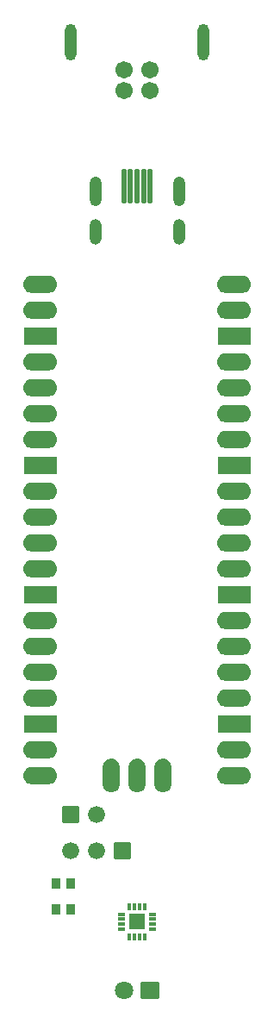
<source format=gts>
G04 Layer: TopSolderMaskLayer*
G04 EasyEDA v6.5.40, 2024-08-19 02:38:51*
G04 a67cddfb3fce44daa9051d46cbbcc19f,10*
G04 Gerber Generator version 0.2*
G04 Scale: 100 percent, Rotated: No, Reflected: No *
G04 Dimensions in millimeters *
G04 leading zeros omitted , absolute positions ,4 integer and 5 decimal *
%FSLAX45Y45*%
%MOMM*%

%AMMACRO1*1,1,$1,$2,$3*1,1,$1,$4,$5*1,1,$1,0-$2,0-$3*1,1,$1,0-$4,0-$5*20,1,$1,$2,$3,$4,$5,0*20,1,$1,$4,$5,0-$2,0-$3,0*20,1,$1,0-$2,0-$3,0-$4,0-$5,0*20,1,$1,0-$4,0-$5,$2,$3,0*4,1,4,$2,$3,$4,$5,0-$2,0-$3,0-$4,0-$5,$2,$3,0*%
%AMMACRO2*4,1,4,-1.6507,-0.8508,-1.6507,0.8508,1.6507,0.8508,1.6507,-0.8508,-1.6507,-0.8508,0*%
%AMMACRO3*4,1,4,-1.6507,-0.8509,-1.6507,0.8509,1.6507,0.8509,1.6507,-0.8509,-1.6507,-0.8509,0*%
%ADD10MACRO1,0.1016X-0.4X0.45X0.4X0.45*%
%ADD11MACRO1,0.1016X0.7874X0.7874X0.7874X-0.7874*%
%ADD12C,1.6764*%
%ADD13MACRO1,0.1016X0.7874X-0.7874X-0.7874X-0.7874*%
%ADD14MACRO2*%
%ADD15MACRO3*%
%ADD16C,1.5240*%
%ADD17MACRO1,0.1016X0.175X-1.625X-0.175X-1.625*%
%ADD18O,1.2015978000000003X2.5015952*%
%ADD19O,1.2015978000000003X2.9015944*%
%ADD20O,1.1015979999999999X3.6015930000000003*%
%ADD21C,1.7016*%
%ADD22MACRO1,0.1016X0.85X-0.7874X-0.85X-0.7874*%
%ADD23C,1.8016*%
%ADD24MACRO1,0.1016X-0.125X0.3X0.125X0.3*%
%ADD25R,0.7016X0.3516*%
%ADD26MACRO1,0.1016X0.125X-0.3X-0.125X-0.3*%
%ADD27MACRO1,0.1016X0.3X0.125X0.3X-0.125*%
%ADD28MACRO1,0.1016X0.75X0.75X0.75X-0.75*%
%ADD29C,0.0133*%

%LPD*%
D10*
G01*
X544979Y1374901D03*
G01*
X404980Y1374901D03*
D11*
G01*
X547999Y2049995D03*
D12*
G01*
X802004Y2049983D03*
D13*
G01*
X1053998Y1699996D03*
D12*
G01*
X799998Y1699996D03*
G01*
X545998Y1699996D03*
G36*
X2072233Y7177786D02*
G01*
X2062149Y7178395D01*
X2052040Y7180249D01*
X2042210Y7183323D01*
X2032863Y7187539D01*
X2024049Y7192848D01*
X2015972Y7199172D01*
X2008708Y7206437D01*
X2002358Y7214539D01*
X1997049Y7223328D01*
X1992833Y7232700D01*
X1989759Y7242505D01*
X1987931Y7252614D01*
X1987321Y7262876D01*
X1987931Y7273112D01*
X1989759Y7283246D01*
X1992833Y7293051D01*
X1997049Y7302423D01*
X2002358Y7311212D01*
X2008708Y7319289D01*
X2015972Y7326553D01*
X2024049Y7332903D01*
X2032863Y7338212D01*
X2042210Y7342428D01*
X2052040Y7345502D01*
X2062149Y7347330D01*
X2072233Y7347940D01*
X2232558Y7347940D01*
X2242642Y7347330D01*
X2252751Y7345502D01*
X2262555Y7342428D01*
X2271928Y7338212D01*
X2280742Y7332903D01*
X2288819Y7326553D01*
X2296083Y7319289D01*
X2302433Y7311212D01*
X2307716Y7302423D01*
X2311933Y7293051D01*
X2315032Y7283246D01*
X2316861Y7273112D01*
X2317470Y7262876D01*
X2316861Y7252614D01*
X2315032Y7242505D01*
X2311933Y7232700D01*
X2307716Y7223328D01*
X2302433Y7214539D01*
X2296083Y7206437D01*
X2288819Y7199172D01*
X2280742Y7192848D01*
X2271928Y7187539D01*
X2262555Y7183323D01*
X2252751Y7180249D01*
X2242642Y7178395D01*
X2232558Y7177786D01*
G37*
G36*
X2072233Y6923786D02*
G01*
X2062149Y6924395D01*
X2052040Y6926249D01*
X2042210Y6929323D01*
X2032863Y6933539D01*
X2024049Y6938848D01*
X2015972Y6945172D01*
X2008708Y6952437D01*
X2002358Y6960539D01*
X1997049Y6969328D01*
X1992833Y6978700D01*
X1989759Y6988505D01*
X1987931Y6998614D01*
X1987321Y7008876D01*
X1987931Y7019112D01*
X1989759Y7029246D01*
X1992833Y7039051D01*
X1997049Y7048423D01*
X2002358Y7057212D01*
X2008708Y7065289D01*
X2015972Y7072553D01*
X2024049Y7078903D01*
X2032863Y7084212D01*
X2042210Y7088428D01*
X2052040Y7091502D01*
X2062149Y7093330D01*
X2072233Y7093940D01*
X2232558Y7093940D01*
X2242642Y7093330D01*
X2252751Y7091502D01*
X2262555Y7088428D01*
X2271928Y7084212D01*
X2280742Y7078903D01*
X2288819Y7072553D01*
X2296083Y7065289D01*
X2302433Y7057212D01*
X2307716Y7048423D01*
X2311933Y7039051D01*
X2315032Y7029246D01*
X2316861Y7019112D01*
X2317470Y7008876D01*
X2316861Y6998614D01*
X2315032Y6988505D01*
X2311933Y6978700D01*
X2307716Y6969328D01*
X2302433Y6960539D01*
X2296083Y6952437D01*
X2288819Y6945172D01*
X2280742Y6938848D01*
X2271928Y6933539D01*
X2262555Y6929323D01*
X2252751Y6926249D01*
X2242642Y6924395D01*
X2232558Y6923786D01*
G37*
D14*
G01*
X2152395Y6754863D03*
G36*
X2072233Y6415786D02*
G01*
X2062149Y6416395D01*
X2052040Y6418249D01*
X2042210Y6421323D01*
X2032863Y6425539D01*
X2024049Y6430848D01*
X2015972Y6437172D01*
X2008708Y6444437D01*
X2002358Y6452539D01*
X1997049Y6461328D01*
X1992833Y6470700D01*
X1989759Y6480505D01*
X1987931Y6490614D01*
X1987321Y6500876D01*
X1987931Y6511137D01*
X1989759Y6521246D01*
X1992833Y6531051D01*
X1997049Y6540423D01*
X2002358Y6549212D01*
X2008708Y6557289D01*
X2015972Y6564553D01*
X2024049Y6570903D01*
X2032863Y6576212D01*
X2042210Y6580428D01*
X2052040Y6583502D01*
X2062149Y6585356D01*
X2072233Y6585940D01*
X2232558Y6585940D01*
X2242642Y6585356D01*
X2252751Y6583502D01*
X2262555Y6580428D01*
X2271928Y6576212D01*
X2280742Y6570903D01*
X2288819Y6564553D01*
X2296083Y6557289D01*
X2302433Y6549212D01*
X2307716Y6540423D01*
X2311933Y6531051D01*
X2315032Y6521246D01*
X2316861Y6511137D01*
X2317470Y6500876D01*
X2316861Y6490614D01*
X2315032Y6480505D01*
X2311933Y6470700D01*
X2307716Y6461328D01*
X2302433Y6452539D01*
X2296083Y6444437D01*
X2288819Y6437172D01*
X2280742Y6430848D01*
X2271928Y6425539D01*
X2262555Y6421323D01*
X2252751Y6418249D01*
X2242642Y6416395D01*
X2232558Y6415786D01*
G37*
G36*
X2072233Y6161786D02*
G01*
X2062149Y6162395D01*
X2052040Y6164249D01*
X2042210Y6167323D01*
X2032863Y6171539D01*
X2024049Y6176848D01*
X2015972Y6183172D01*
X2008708Y6190437D01*
X2002358Y6198539D01*
X1997049Y6207328D01*
X1992833Y6216700D01*
X1989759Y6226505D01*
X1987931Y6236614D01*
X1987321Y6246876D01*
X1987931Y6257137D01*
X1989759Y6267246D01*
X1992833Y6277051D01*
X1997049Y6286423D01*
X2002358Y6295212D01*
X2008708Y6303289D01*
X2015972Y6310553D01*
X2024049Y6316903D01*
X2032863Y6322212D01*
X2042210Y6326428D01*
X2052040Y6329502D01*
X2062149Y6331356D01*
X2072233Y6331940D01*
X2232558Y6331940D01*
X2242642Y6331356D01*
X2252751Y6329502D01*
X2262555Y6326428D01*
X2271928Y6322212D01*
X2280742Y6316903D01*
X2288819Y6310553D01*
X2296083Y6303289D01*
X2302433Y6295212D01*
X2307716Y6286423D01*
X2311933Y6277051D01*
X2315032Y6267246D01*
X2316861Y6257137D01*
X2317470Y6246876D01*
X2316861Y6236614D01*
X2315032Y6226505D01*
X2311933Y6216700D01*
X2307716Y6207328D01*
X2302433Y6198539D01*
X2296083Y6190437D01*
X2288819Y6183172D01*
X2280742Y6176848D01*
X2271928Y6171539D01*
X2262555Y6167323D01*
X2252751Y6164249D01*
X2242642Y6162395D01*
X2232558Y6161786D01*
G37*
G36*
X2072233Y5907786D02*
G01*
X2062149Y5908395D01*
X2052040Y5910249D01*
X2042210Y5913323D01*
X2032863Y5917539D01*
X2024049Y5922848D01*
X2015972Y5929172D01*
X2008708Y5936437D01*
X2002358Y5944539D01*
X1997049Y5953328D01*
X1992833Y5962700D01*
X1989759Y5972505D01*
X1987931Y5982614D01*
X1987321Y5992876D01*
X1987931Y6003137D01*
X1989759Y6013246D01*
X1992833Y6023051D01*
X1997049Y6032423D01*
X2002358Y6041212D01*
X2008708Y6049289D01*
X2015972Y6056553D01*
X2024049Y6062903D01*
X2032863Y6068212D01*
X2042210Y6072428D01*
X2052040Y6075502D01*
X2062149Y6077356D01*
X2072233Y6077965D01*
X2232558Y6077965D01*
X2242642Y6077356D01*
X2252751Y6075502D01*
X2262555Y6072428D01*
X2271928Y6068212D01*
X2280742Y6062903D01*
X2288819Y6056553D01*
X2296083Y6049289D01*
X2302433Y6041212D01*
X2307716Y6032423D01*
X2311933Y6023051D01*
X2315032Y6013246D01*
X2316861Y6003137D01*
X2317470Y5992876D01*
X2316861Y5982614D01*
X2315032Y5972505D01*
X2311933Y5962700D01*
X2307716Y5953328D01*
X2302433Y5944539D01*
X2296083Y5936437D01*
X2288819Y5929172D01*
X2280742Y5922848D01*
X2271928Y5917539D01*
X2262555Y5913323D01*
X2252751Y5910249D01*
X2242642Y5908395D01*
X2232558Y5907786D01*
G37*
G36*
X2072233Y5653786D02*
G01*
X2062149Y5654395D01*
X2052040Y5656249D01*
X2042210Y5659323D01*
X2032863Y5663539D01*
X2024049Y5668848D01*
X2015972Y5675172D01*
X2008708Y5682437D01*
X2002358Y5690539D01*
X1997049Y5699328D01*
X1992833Y5708700D01*
X1989759Y5718505D01*
X1987931Y5728614D01*
X1987321Y5738876D01*
X1987931Y5749137D01*
X1989759Y5759246D01*
X1992833Y5769051D01*
X1997049Y5778423D01*
X2002358Y5787212D01*
X2008708Y5795314D01*
X2015972Y5802553D01*
X2024049Y5808903D01*
X2032863Y5814212D01*
X2042210Y5818428D01*
X2052040Y5821502D01*
X2062149Y5823356D01*
X2072233Y5823965D01*
X2232558Y5823965D01*
X2242642Y5823356D01*
X2252751Y5821502D01*
X2262555Y5818428D01*
X2271928Y5814212D01*
X2280742Y5808903D01*
X2288819Y5802553D01*
X2296083Y5795314D01*
X2302433Y5787212D01*
X2307716Y5778423D01*
X2311933Y5769051D01*
X2315032Y5759246D01*
X2316861Y5749137D01*
X2317470Y5738876D01*
X2316861Y5728614D01*
X2315032Y5718505D01*
X2311933Y5708700D01*
X2307716Y5699328D01*
X2302433Y5690539D01*
X2296083Y5682437D01*
X2288819Y5675172D01*
X2280742Y5668848D01*
X2271928Y5663539D01*
X2262555Y5659323D01*
X2252751Y5656249D01*
X2242642Y5654395D01*
X2232558Y5653786D01*
G37*
D15*
G01*
X2152395Y5484876D03*
G36*
X2072233Y5145786D02*
G01*
X2062149Y5146395D01*
X2052040Y5148249D01*
X2042210Y5151323D01*
X2032863Y5155539D01*
X2024049Y5160848D01*
X2015972Y5167172D01*
X2008708Y5174437D01*
X2002358Y5182539D01*
X1997049Y5191328D01*
X1992833Y5200700D01*
X1989759Y5210505D01*
X1987931Y5220614D01*
X1987321Y5230876D01*
X1987931Y5241137D01*
X1989759Y5251246D01*
X1992833Y5261051D01*
X1997049Y5270423D01*
X2002358Y5279212D01*
X2008708Y5287314D01*
X2015972Y5294553D01*
X2024049Y5300903D01*
X2032863Y5306212D01*
X2042210Y5310428D01*
X2052040Y5313502D01*
X2062149Y5315356D01*
X2072233Y5315965D01*
X2232558Y5315965D01*
X2242642Y5315356D01*
X2252751Y5313502D01*
X2262555Y5310428D01*
X2271928Y5306212D01*
X2280742Y5300903D01*
X2288819Y5294553D01*
X2296083Y5287314D01*
X2302433Y5279212D01*
X2307716Y5270423D01*
X2311933Y5261051D01*
X2315032Y5251246D01*
X2316861Y5241137D01*
X2317470Y5230876D01*
X2316861Y5220614D01*
X2315032Y5210505D01*
X2311933Y5200700D01*
X2307716Y5191328D01*
X2302433Y5182539D01*
X2296083Y5174437D01*
X2288819Y5167172D01*
X2280742Y5160848D01*
X2271928Y5155539D01*
X2262555Y5151323D01*
X2252751Y5148249D01*
X2242642Y5146395D01*
X2232558Y5145786D01*
G37*
G36*
X2072233Y4891786D02*
G01*
X2062149Y4892395D01*
X2052040Y4894249D01*
X2042210Y4897323D01*
X2032863Y4901539D01*
X2024049Y4906848D01*
X2015972Y4913172D01*
X2008708Y4920437D01*
X2002358Y4928539D01*
X1997049Y4937328D01*
X1992833Y4946700D01*
X1989759Y4956505D01*
X1987931Y4966614D01*
X1987321Y4976876D01*
X1987931Y4987137D01*
X1989759Y4997246D01*
X1992833Y5007051D01*
X1997049Y5016423D01*
X2002358Y5025212D01*
X2008708Y5033314D01*
X2015972Y5040553D01*
X2024049Y5046903D01*
X2032863Y5052212D01*
X2042210Y5056428D01*
X2052040Y5059502D01*
X2062149Y5061356D01*
X2072233Y5061965D01*
X2232558Y5061965D01*
X2242642Y5061356D01*
X2252751Y5059502D01*
X2262555Y5056428D01*
X2271928Y5052212D01*
X2280742Y5046903D01*
X2288819Y5040553D01*
X2296083Y5033314D01*
X2302433Y5025212D01*
X2307716Y5016423D01*
X2311933Y5007051D01*
X2315032Y4997246D01*
X2316861Y4987137D01*
X2317470Y4976876D01*
X2316861Y4966614D01*
X2315032Y4956505D01*
X2311933Y4946700D01*
X2307716Y4937328D01*
X2302433Y4928539D01*
X2296083Y4920437D01*
X2288819Y4913172D01*
X2280742Y4906848D01*
X2271928Y4901539D01*
X2262555Y4897323D01*
X2252751Y4894249D01*
X2242642Y4892395D01*
X2232558Y4891786D01*
G37*
G36*
X2072233Y4637786D02*
G01*
X2062149Y4638395D01*
X2052040Y4640249D01*
X2042210Y4643323D01*
X2032863Y4647539D01*
X2024049Y4652848D01*
X2015972Y4659198D01*
X2008708Y4666437D01*
X2002358Y4674539D01*
X1997049Y4683328D01*
X1992833Y4692700D01*
X1989759Y4702505D01*
X1987931Y4712614D01*
X1987321Y4722876D01*
X1987931Y4733137D01*
X1989759Y4743246D01*
X1992833Y4753051D01*
X1997049Y4762423D01*
X2002358Y4771212D01*
X2008708Y4779314D01*
X2015972Y4786579D01*
X2024049Y4792903D01*
X2032863Y4798212D01*
X2042210Y4802428D01*
X2052040Y4805502D01*
X2062149Y4807356D01*
X2072233Y4807965D01*
X2232558Y4807965D01*
X2242642Y4807356D01*
X2252751Y4805502D01*
X2262555Y4802428D01*
X2271928Y4798212D01*
X2280742Y4792903D01*
X2288819Y4786579D01*
X2296083Y4779314D01*
X2302433Y4771212D01*
X2307716Y4762423D01*
X2311933Y4753051D01*
X2315032Y4743246D01*
X2316861Y4733137D01*
X2317470Y4722876D01*
X2316861Y4712614D01*
X2315032Y4702505D01*
X2311933Y4692700D01*
X2307716Y4683328D01*
X2302433Y4674539D01*
X2296083Y4666437D01*
X2288819Y4659198D01*
X2280742Y4652848D01*
X2271928Y4647539D01*
X2262555Y4643323D01*
X2252751Y4640249D01*
X2242642Y4638395D01*
X2232558Y4637786D01*
G37*
G36*
X2072233Y4383786D02*
G01*
X2062149Y4384395D01*
X2052040Y4386249D01*
X2042210Y4389323D01*
X2032863Y4393539D01*
X2024049Y4398848D01*
X2015972Y4405198D01*
X2008708Y4412437D01*
X2002358Y4420539D01*
X1997049Y4429328D01*
X1992833Y4438700D01*
X1989759Y4448505D01*
X1987931Y4458614D01*
X1987321Y4468876D01*
X1987931Y4479137D01*
X1989759Y4489246D01*
X1992833Y4499051D01*
X1997049Y4508423D01*
X2002358Y4517212D01*
X2008708Y4525314D01*
X2015972Y4532579D01*
X2024049Y4538903D01*
X2032863Y4544212D01*
X2042210Y4548428D01*
X2052040Y4551502D01*
X2062149Y4553356D01*
X2072233Y4553965D01*
X2232558Y4553965D01*
X2242642Y4553356D01*
X2252751Y4551502D01*
X2262555Y4548428D01*
X2271928Y4544212D01*
X2280742Y4538903D01*
X2288819Y4532579D01*
X2296083Y4525314D01*
X2302433Y4517212D01*
X2307716Y4508423D01*
X2311933Y4499051D01*
X2315032Y4489246D01*
X2316861Y4479137D01*
X2317470Y4468876D01*
X2316861Y4458614D01*
X2315032Y4448505D01*
X2311933Y4438700D01*
X2307716Y4429328D01*
X2302433Y4420539D01*
X2296083Y4412437D01*
X2288819Y4405198D01*
X2280742Y4398848D01*
X2271928Y4393539D01*
X2262555Y4389323D01*
X2252751Y4386249D01*
X2242642Y4384395D01*
X2232558Y4383786D01*
G37*
G01*
X2152395Y4214876D03*
G36*
X2072233Y3875786D02*
G01*
X2062149Y3876395D01*
X2052040Y3878249D01*
X2042210Y3881323D01*
X2032863Y3885539D01*
X2024049Y3890848D01*
X2015972Y3897198D01*
X2008708Y3904437D01*
X2002358Y3912539D01*
X1997049Y3921328D01*
X1992833Y3930700D01*
X1989759Y3940505D01*
X1987931Y3950614D01*
X1987321Y3960876D01*
X1987931Y3971137D01*
X1989759Y3981246D01*
X1992833Y3991051D01*
X1997049Y4000423D01*
X2002358Y4009212D01*
X2008708Y4017314D01*
X2015972Y4024579D01*
X2024049Y4030903D01*
X2032863Y4036212D01*
X2042210Y4040428D01*
X2052040Y4043502D01*
X2062149Y4045356D01*
X2072233Y4045965D01*
X2232558Y4045965D01*
X2242642Y4045356D01*
X2252751Y4043502D01*
X2262555Y4040428D01*
X2271928Y4036212D01*
X2280742Y4030903D01*
X2288819Y4024579D01*
X2296083Y4017314D01*
X2302433Y4009212D01*
X2307716Y4000423D01*
X2311933Y3991051D01*
X2315032Y3981246D01*
X2316861Y3971137D01*
X2317470Y3960876D01*
X2316861Y3950614D01*
X2315032Y3940505D01*
X2311933Y3930700D01*
X2307716Y3921328D01*
X2302433Y3912539D01*
X2296083Y3904437D01*
X2288819Y3897198D01*
X2280742Y3890848D01*
X2271928Y3885539D01*
X2262555Y3881323D01*
X2252751Y3878249D01*
X2242642Y3876395D01*
X2232558Y3875786D01*
G37*
G36*
X2072233Y3621786D02*
G01*
X2062149Y3622395D01*
X2052040Y3624249D01*
X2042210Y3627323D01*
X2032863Y3631539D01*
X2024049Y3636848D01*
X2015972Y3643198D01*
X2008708Y3650462D01*
X2002358Y3658539D01*
X1997049Y3667328D01*
X1992833Y3676700D01*
X1989759Y3686505D01*
X1987931Y3696614D01*
X1987321Y3706876D01*
X1987931Y3717137D01*
X1989759Y3727246D01*
X1992833Y3737051D01*
X1997049Y3746423D01*
X2002358Y3755212D01*
X2008708Y3763314D01*
X2015972Y3770579D01*
X2024049Y3776903D01*
X2032863Y3782212D01*
X2042210Y3786428D01*
X2052040Y3789502D01*
X2062149Y3791356D01*
X2072233Y3791965D01*
X2232558Y3791965D01*
X2242642Y3791356D01*
X2252751Y3789502D01*
X2262555Y3786428D01*
X2271928Y3782212D01*
X2280742Y3776903D01*
X2288819Y3770579D01*
X2296083Y3763314D01*
X2302433Y3755212D01*
X2307716Y3746423D01*
X2311933Y3737051D01*
X2315032Y3727246D01*
X2316861Y3717137D01*
X2317470Y3706876D01*
X2316861Y3696614D01*
X2315032Y3686505D01*
X2311933Y3676700D01*
X2307716Y3667328D01*
X2302433Y3658539D01*
X2296083Y3650462D01*
X2288819Y3643198D01*
X2280742Y3636848D01*
X2271928Y3631539D01*
X2262555Y3627323D01*
X2252751Y3624249D01*
X2242642Y3622395D01*
X2232558Y3621786D01*
G37*
G36*
X2072233Y3367811D02*
G01*
X2062149Y3368395D01*
X2052040Y3370249D01*
X2042210Y3373323D01*
X2032863Y3377539D01*
X2024049Y3382848D01*
X2015972Y3389198D01*
X2008708Y3396462D01*
X2002358Y3404539D01*
X1997049Y3413328D01*
X1992833Y3422700D01*
X1989759Y3432505D01*
X1987931Y3442614D01*
X1987321Y3452876D01*
X1987931Y3463137D01*
X1989759Y3473246D01*
X1992833Y3483051D01*
X1997049Y3492423D01*
X2002358Y3501212D01*
X2008708Y3509314D01*
X2015972Y3516579D01*
X2024049Y3522903D01*
X2032863Y3528212D01*
X2042210Y3532428D01*
X2052040Y3535502D01*
X2062149Y3537356D01*
X2072233Y3537965D01*
X2232558Y3537965D01*
X2242642Y3537356D01*
X2252751Y3535502D01*
X2262555Y3532428D01*
X2271928Y3528212D01*
X2280742Y3522903D01*
X2288819Y3516579D01*
X2296083Y3509314D01*
X2302433Y3501212D01*
X2307716Y3492423D01*
X2311933Y3483051D01*
X2315032Y3473246D01*
X2316861Y3463137D01*
X2317470Y3452876D01*
X2316861Y3442614D01*
X2315032Y3432505D01*
X2311933Y3422700D01*
X2307716Y3413328D01*
X2302433Y3404539D01*
X2296083Y3396462D01*
X2288819Y3389198D01*
X2280742Y3382848D01*
X2271928Y3377539D01*
X2262555Y3373323D01*
X2252751Y3370249D01*
X2242642Y3368395D01*
X2232558Y3367811D01*
G37*
G36*
X2072233Y3113811D02*
G01*
X2062149Y3114395D01*
X2052040Y3116249D01*
X2042210Y3119323D01*
X2032863Y3123539D01*
X2024049Y3128848D01*
X2015972Y3135198D01*
X2008708Y3142462D01*
X2002358Y3150539D01*
X1997049Y3159328D01*
X1992833Y3168700D01*
X1989759Y3178505D01*
X1987931Y3188614D01*
X1987321Y3198876D01*
X1987931Y3209137D01*
X1989759Y3219246D01*
X1992833Y3229051D01*
X1997049Y3238423D01*
X2002358Y3247212D01*
X2008708Y3255314D01*
X2015972Y3262579D01*
X2024049Y3268903D01*
X2032863Y3274212D01*
X2042210Y3278428D01*
X2052040Y3281502D01*
X2062149Y3283356D01*
X2072233Y3283965D01*
X2232558Y3283965D01*
X2242642Y3283356D01*
X2252751Y3281502D01*
X2262555Y3278428D01*
X2271928Y3274212D01*
X2280742Y3268903D01*
X2288819Y3262579D01*
X2296083Y3255314D01*
X2302433Y3247212D01*
X2307716Y3238423D01*
X2311933Y3229051D01*
X2315032Y3219246D01*
X2316861Y3209137D01*
X2317470Y3198876D01*
X2316861Y3188614D01*
X2315032Y3178505D01*
X2311933Y3168700D01*
X2307716Y3159328D01*
X2302433Y3150539D01*
X2296083Y3142462D01*
X2288819Y3135198D01*
X2280742Y3128848D01*
X2271928Y3123539D01*
X2262555Y3119323D01*
X2252751Y3116249D01*
X2242642Y3114395D01*
X2232558Y3113811D01*
G37*
D14*
G01*
X2152395Y2944888D03*
G36*
X2072233Y2605811D02*
G01*
X2062149Y2606420D01*
X2052040Y2608249D01*
X2042210Y2611323D01*
X2032863Y2615539D01*
X2024049Y2620848D01*
X2015972Y2627198D01*
X2008708Y2634462D01*
X2002358Y2642539D01*
X1997049Y2651328D01*
X1992833Y2660700D01*
X1989759Y2670505D01*
X1987931Y2680639D01*
X1987321Y2690876D01*
X1987931Y2701137D01*
X1989759Y2711246D01*
X1992833Y2721051D01*
X1997049Y2730423D01*
X2002358Y2739212D01*
X2008708Y2747314D01*
X2015972Y2754579D01*
X2024049Y2760903D01*
X2032863Y2766212D01*
X2042210Y2770428D01*
X2052040Y2773502D01*
X2062149Y2775356D01*
X2072233Y2775965D01*
X2232558Y2775965D01*
X2242642Y2775356D01*
X2252751Y2773502D01*
X2262555Y2770428D01*
X2271928Y2766212D01*
X2280742Y2760903D01*
X2288819Y2754579D01*
X2296083Y2747314D01*
X2302433Y2739212D01*
X2307716Y2730423D01*
X2311933Y2721051D01*
X2315032Y2711246D01*
X2316861Y2701137D01*
X2317470Y2690876D01*
X2316861Y2680639D01*
X2315032Y2670505D01*
X2311933Y2660700D01*
X2307716Y2651328D01*
X2302433Y2642539D01*
X2296083Y2634462D01*
X2288819Y2627198D01*
X2280742Y2620848D01*
X2271928Y2615539D01*
X2262555Y2611323D01*
X2252751Y2608249D01*
X2242642Y2606420D01*
X2232558Y2605811D01*
G37*
G36*
X2072233Y2351811D02*
G01*
X2062149Y2352420D01*
X2052040Y2354249D01*
X2042210Y2357323D01*
X2032863Y2361539D01*
X2024049Y2366848D01*
X2015972Y2373198D01*
X2008708Y2380462D01*
X2002358Y2388539D01*
X1997049Y2397328D01*
X1992833Y2406700D01*
X1989759Y2416505D01*
X1987931Y2426639D01*
X1987321Y2436876D01*
X1987931Y2447137D01*
X1989759Y2457246D01*
X1992833Y2467051D01*
X1997049Y2476423D01*
X2002358Y2485212D01*
X2008708Y2493314D01*
X2015972Y2500579D01*
X2024049Y2506903D01*
X2032863Y2512212D01*
X2042210Y2516428D01*
X2052040Y2519502D01*
X2062149Y2521356D01*
X2072233Y2521965D01*
X2232558Y2521965D01*
X2242642Y2521356D01*
X2252751Y2519502D01*
X2262555Y2516428D01*
X2271928Y2512212D01*
X2280742Y2506903D01*
X2288819Y2500579D01*
X2296083Y2493314D01*
X2302433Y2485212D01*
X2307716Y2476423D01*
X2311933Y2467051D01*
X2315032Y2457246D01*
X2316861Y2447137D01*
X2317470Y2436876D01*
X2316861Y2426639D01*
X2315032Y2416505D01*
X2311933Y2406700D01*
X2307716Y2397328D01*
X2302433Y2388539D01*
X2296083Y2380462D01*
X2288819Y2373198D01*
X2280742Y2366848D01*
X2271928Y2361539D01*
X2262555Y2357323D01*
X2252751Y2354249D01*
X2242642Y2352420D01*
X2232558Y2351811D01*
G37*
G36*
X167233Y2351811D02*
G01*
X157149Y2352420D01*
X147040Y2354249D01*
X137236Y2357323D01*
X127863Y2361539D01*
X119049Y2366848D01*
X110972Y2373198D01*
X103708Y2380462D01*
X97358Y2388539D01*
X92075Y2397328D01*
X87858Y2406700D01*
X84759Y2416505D01*
X82930Y2426639D01*
X82321Y2436876D01*
X82930Y2447137D01*
X84759Y2457246D01*
X87858Y2467051D01*
X92075Y2476423D01*
X97358Y2485212D01*
X103708Y2493314D01*
X110972Y2500579D01*
X119049Y2506903D01*
X127863Y2512212D01*
X137236Y2516428D01*
X147040Y2519502D01*
X157149Y2521356D01*
X167233Y2521965D01*
X327558Y2521965D01*
X337642Y2521356D01*
X347751Y2519502D01*
X357581Y2516428D01*
X366928Y2512212D01*
X375742Y2506903D01*
X383819Y2500579D01*
X391083Y2493314D01*
X397433Y2485212D01*
X402742Y2476423D01*
X406958Y2467051D01*
X410032Y2457246D01*
X411861Y2447137D01*
X412470Y2436876D01*
X411861Y2426639D01*
X410032Y2416505D01*
X406958Y2406700D01*
X402742Y2397328D01*
X397433Y2388539D01*
X391083Y2380462D01*
X383819Y2373198D01*
X375742Y2366848D01*
X366928Y2361539D01*
X357581Y2357323D01*
X347751Y2354249D01*
X337642Y2352420D01*
X327558Y2351811D01*
G37*
G36*
X167233Y2605811D02*
G01*
X157149Y2606420D01*
X147040Y2608249D01*
X137236Y2611323D01*
X127863Y2615539D01*
X119049Y2620848D01*
X110972Y2627198D01*
X103708Y2634462D01*
X97358Y2642539D01*
X92075Y2651328D01*
X87858Y2660700D01*
X84759Y2670505D01*
X82930Y2680639D01*
X82321Y2690876D01*
X82930Y2701137D01*
X84759Y2711246D01*
X87858Y2721051D01*
X92075Y2730423D01*
X97358Y2739212D01*
X103708Y2747314D01*
X110972Y2754579D01*
X119049Y2760903D01*
X127863Y2766212D01*
X137236Y2770428D01*
X147040Y2773502D01*
X157149Y2775356D01*
X167233Y2775965D01*
X327558Y2775965D01*
X337642Y2775356D01*
X347751Y2773502D01*
X357581Y2770428D01*
X366928Y2766212D01*
X375742Y2760903D01*
X383819Y2754579D01*
X391083Y2747314D01*
X397433Y2739212D01*
X402742Y2730423D01*
X406958Y2721051D01*
X410032Y2711246D01*
X411861Y2701137D01*
X412470Y2690876D01*
X411861Y2680639D01*
X410032Y2670505D01*
X406958Y2660700D01*
X402742Y2651328D01*
X397433Y2642539D01*
X391083Y2634462D01*
X383819Y2627198D01*
X375742Y2620848D01*
X366928Y2615539D01*
X357581Y2611323D01*
X347751Y2608249D01*
X337642Y2606420D01*
X327558Y2605811D01*
G37*
G01*
X247396Y2944888D03*
G36*
X167233Y3113811D02*
G01*
X157149Y3114395D01*
X147040Y3116249D01*
X137236Y3119323D01*
X127863Y3123539D01*
X119049Y3128848D01*
X110972Y3135198D01*
X103708Y3142462D01*
X97358Y3150539D01*
X92075Y3159328D01*
X87858Y3168700D01*
X84759Y3178505D01*
X82930Y3188614D01*
X82321Y3198876D01*
X82930Y3209137D01*
X84759Y3219246D01*
X87858Y3229051D01*
X92075Y3238423D01*
X97358Y3247212D01*
X103708Y3255314D01*
X110972Y3262579D01*
X119049Y3268903D01*
X127863Y3274212D01*
X137236Y3278428D01*
X147040Y3281502D01*
X157149Y3283356D01*
X167233Y3283965D01*
X327558Y3283965D01*
X337642Y3283356D01*
X347751Y3281502D01*
X357581Y3278428D01*
X366928Y3274212D01*
X375742Y3268903D01*
X383819Y3262579D01*
X391083Y3255314D01*
X397433Y3247212D01*
X402742Y3238423D01*
X406958Y3229051D01*
X410032Y3219246D01*
X411861Y3209137D01*
X412470Y3198876D01*
X411861Y3188614D01*
X410032Y3178505D01*
X406958Y3168700D01*
X402742Y3159328D01*
X397433Y3150539D01*
X391083Y3142462D01*
X383819Y3135198D01*
X375742Y3128848D01*
X366928Y3123539D01*
X357581Y3119323D01*
X347751Y3116249D01*
X337642Y3114395D01*
X327558Y3113811D01*
G37*
G36*
X167233Y3367811D02*
G01*
X157149Y3368395D01*
X147040Y3370249D01*
X137236Y3373323D01*
X127863Y3377539D01*
X119049Y3382848D01*
X110972Y3389198D01*
X103708Y3396462D01*
X97358Y3404539D01*
X92075Y3413328D01*
X87858Y3422700D01*
X84759Y3432505D01*
X82930Y3442614D01*
X82321Y3452876D01*
X82930Y3463137D01*
X84759Y3473246D01*
X87858Y3483051D01*
X92075Y3492423D01*
X97358Y3501212D01*
X103708Y3509314D01*
X110972Y3516579D01*
X119049Y3522903D01*
X127863Y3528212D01*
X137236Y3532428D01*
X147040Y3535502D01*
X157149Y3537356D01*
X167233Y3537965D01*
X327558Y3537965D01*
X337642Y3537356D01*
X347751Y3535502D01*
X357581Y3532428D01*
X366928Y3528212D01*
X375742Y3522903D01*
X383819Y3516579D01*
X391083Y3509314D01*
X397433Y3501212D01*
X402742Y3492423D01*
X406958Y3483051D01*
X410032Y3473246D01*
X411861Y3463137D01*
X412470Y3452876D01*
X411861Y3442614D01*
X410032Y3432505D01*
X406958Y3422700D01*
X402742Y3413328D01*
X397433Y3404539D01*
X391083Y3396462D01*
X383819Y3389198D01*
X375742Y3382848D01*
X366928Y3377539D01*
X357581Y3373323D01*
X347751Y3370249D01*
X337642Y3368395D01*
X327558Y3367811D01*
G37*
G36*
X167233Y3621786D02*
G01*
X157149Y3622395D01*
X147040Y3624249D01*
X137236Y3627323D01*
X127863Y3631539D01*
X119049Y3636848D01*
X110972Y3643198D01*
X103708Y3650462D01*
X97358Y3658539D01*
X92075Y3667328D01*
X87858Y3676700D01*
X84759Y3686505D01*
X82930Y3696614D01*
X82321Y3706876D01*
X82930Y3717137D01*
X84759Y3727246D01*
X87858Y3737051D01*
X92075Y3746423D01*
X97358Y3755212D01*
X103708Y3763314D01*
X110972Y3770579D01*
X119049Y3776903D01*
X127863Y3782212D01*
X137236Y3786428D01*
X147040Y3789502D01*
X157149Y3791356D01*
X167233Y3791965D01*
X327558Y3791965D01*
X337642Y3791356D01*
X347751Y3789502D01*
X357581Y3786428D01*
X366928Y3782212D01*
X375742Y3776903D01*
X383819Y3770579D01*
X391083Y3763314D01*
X397433Y3755212D01*
X402742Y3746423D01*
X406958Y3737051D01*
X410032Y3727246D01*
X411861Y3717137D01*
X412470Y3706876D01*
X411861Y3696614D01*
X410032Y3686505D01*
X406958Y3676700D01*
X402742Y3667328D01*
X397433Y3658539D01*
X391083Y3650462D01*
X383819Y3643198D01*
X375742Y3636848D01*
X366928Y3631539D01*
X357581Y3627323D01*
X347751Y3624249D01*
X337642Y3622395D01*
X327558Y3621786D01*
G37*
G36*
X167233Y3875786D02*
G01*
X157149Y3876395D01*
X147040Y3878249D01*
X137236Y3881323D01*
X127863Y3885539D01*
X119049Y3890848D01*
X110972Y3897198D01*
X103708Y3904437D01*
X97358Y3912539D01*
X92075Y3921328D01*
X87858Y3930700D01*
X84759Y3940505D01*
X82930Y3950614D01*
X82321Y3960876D01*
X82930Y3971137D01*
X84759Y3981246D01*
X87858Y3991051D01*
X92075Y4000423D01*
X97358Y4009212D01*
X103708Y4017314D01*
X110972Y4024579D01*
X119049Y4030903D01*
X127863Y4036212D01*
X137236Y4040428D01*
X147040Y4043502D01*
X157149Y4045356D01*
X167233Y4045965D01*
X327558Y4045965D01*
X337642Y4045356D01*
X347751Y4043502D01*
X357581Y4040428D01*
X366928Y4036212D01*
X375742Y4030903D01*
X383819Y4024579D01*
X391083Y4017314D01*
X397433Y4009212D01*
X402742Y4000423D01*
X406958Y3991051D01*
X410032Y3981246D01*
X411861Y3971137D01*
X412470Y3960876D01*
X411861Y3950614D01*
X410032Y3940505D01*
X406958Y3930700D01*
X402742Y3921328D01*
X397433Y3912539D01*
X391083Y3904437D01*
X383819Y3897198D01*
X375742Y3890848D01*
X366928Y3885539D01*
X357581Y3881323D01*
X347751Y3878249D01*
X337642Y3876395D01*
X327558Y3875786D01*
G37*
D15*
G01*
X247396Y4214876D03*
G36*
X167233Y4383786D02*
G01*
X157149Y4384395D01*
X147040Y4386249D01*
X137236Y4389323D01*
X127863Y4393539D01*
X119049Y4398848D01*
X110972Y4405198D01*
X103708Y4412437D01*
X97358Y4420539D01*
X92075Y4429328D01*
X87858Y4438700D01*
X84759Y4448505D01*
X82930Y4458614D01*
X82321Y4468876D01*
X82930Y4479137D01*
X84759Y4489246D01*
X87858Y4499051D01*
X92075Y4508423D01*
X97358Y4517212D01*
X103708Y4525314D01*
X110972Y4532579D01*
X119049Y4538903D01*
X127863Y4544212D01*
X137236Y4548428D01*
X147040Y4551502D01*
X157149Y4553356D01*
X167233Y4553965D01*
X327558Y4553965D01*
X337642Y4553356D01*
X347751Y4551502D01*
X357581Y4548428D01*
X366928Y4544212D01*
X375742Y4538903D01*
X383819Y4532579D01*
X391083Y4525314D01*
X397433Y4517212D01*
X402742Y4508423D01*
X406958Y4499051D01*
X410032Y4489246D01*
X411861Y4479137D01*
X412470Y4468876D01*
X411861Y4458614D01*
X410032Y4448505D01*
X406958Y4438700D01*
X402742Y4429328D01*
X397433Y4420539D01*
X391083Y4412437D01*
X383819Y4405198D01*
X375742Y4398848D01*
X366928Y4393539D01*
X357581Y4389323D01*
X347751Y4386249D01*
X337642Y4384395D01*
X327558Y4383786D01*
G37*
G36*
X167233Y4637786D02*
G01*
X157149Y4638395D01*
X147040Y4640249D01*
X137236Y4643323D01*
X127863Y4647539D01*
X119049Y4652848D01*
X110972Y4659198D01*
X103708Y4666437D01*
X97358Y4674539D01*
X92075Y4683328D01*
X87858Y4692700D01*
X84759Y4702505D01*
X82930Y4712614D01*
X82321Y4722876D01*
X82930Y4733137D01*
X84759Y4743246D01*
X87858Y4753051D01*
X92075Y4762423D01*
X97358Y4771212D01*
X103708Y4779314D01*
X110972Y4786579D01*
X119049Y4792903D01*
X127863Y4798212D01*
X137236Y4802428D01*
X147040Y4805502D01*
X157149Y4807356D01*
X167233Y4807965D01*
X327558Y4807965D01*
X337642Y4807356D01*
X347751Y4805502D01*
X357581Y4802428D01*
X366928Y4798212D01*
X375742Y4792903D01*
X383819Y4786579D01*
X391083Y4779314D01*
X397433Y4771212D01*
X402742Y4762423D01*
X406958Y4753051D01*
X410032Y4743246D01*
X411861Y4733137D01*
X412470Y4722876D01*
X411861Y4712614D01*
X410032Y4702505D01*
X406958Y4692700D01*
X402742Y4683328D01*
X397433Y4674539D01*
X391083Y4666437D01*
X383819Y4659198D01*
X375742Y4652848D01*
X366928Y4647539D01*
X357581Y4643323D01*
X347751Y4640249D01*
X337642Y4638395D01*
X327558Y4637786D01*
G37*
G36*
X167233Y4891786D02*
G01*
X157149Y4892395D01*
X147040Y4894249D01*
X137236Y4897323D01*
X127863Y4901539D01*
X119049Y4906848D01*
X110972Y4913172D01*
X103708Y4920437D01*
X97358Y4928539D01*
X92075Y4937328D01*
X87858Y4946700D01*
X84759Y4956505D01*
X82930Y4966614D01*
X82321Y4976876D01*
X82930Y4987137D01*
X84759Y4997246D01*
X87858Y5007051D01*
X92075Y5016423D01*
X97358Y5025212D01*
X103708Y5033314D01*
X110972Y5040553D01*
X119049Y5046903D01*
X127863Y5052212D01*
X137236Y5056428D01*
X147040Y5059502D01*
X157149Y5061356D01*
X167233Y5061965D01*
X327558Y5061965D01*
X337642Y5061356D01*
X347751Y5059502D01*
X357581Y5056428D01*
X366928Y5052212D01*
X375742Y5046903D01*
X383819Y5040553D01*
X391083Y5033314D01*
X397433Y5025212D01*
X402742Y5016423D01*
X406958Y5007051D01*
X410032Y4997246D01*
X411861Y4987137D01*
X412470Y4976876D01*
X411861Y4966614D01*
X410032Y4956505D01*
X406958Y4946700D01*
X402742Y4937328D01*
X397433Y4928539D01*
X391083Y4920437D01*
X383819Y4913172D01*
X375742Y4906848D01*
X366928Y4901539D01*
X357581Y4897323D01*
X347751Y4894249D01*
X337642Y4892395D01*
X327558Y4891786D01*
G37*
G36*
X167233Y5145786D02*
G01*
X157149Y5146395D01*
X147040Y5148249D01*
X137236Y5151323D01*
X127863Y5155539D01*
X119049Y5160848D01*
X110972Y5167172D01*
X103708Y5174437D01*
X97358Y5182539D01*
X92075Y5191328D01*
X87858Y5200700D01*
X84759Y5210505D01*
X82930Y5220614D01*
X82321Y5230876D01*
X82930Y5241137D01*
X84759Y5251246D01*
X87858Y5261051D01*
X92075Y5270423D01*
X97358Y5279212D01*
X103708Y5287314D01*
X110972Y5294553D01*
X119049Y5300903D01*
X127863Y5306212D01*
X137236Y5310428D01*
X147040Y5313502D01*
X157149Y5315356D01*
X167233Y5315965D01*
X327558Y5315965D01*
X337642Y5315356D01*
X347751Y5313502D01*
X357581Y5310428D01*
X366928Y5306212D01*
X375742Y5300903D01*
X383819Y5294553D01*
X391083Y5287314D01*
X397433Y5279212D01*
X402742Y5270423D01*
X406958Y5261051D01*
X410032Y5251246D01*
X411861Y5241137D01*
X412470Y5230876D01*
X411861Y5220614D01*
X410032Y5210505D01*
X406958Y5200700D01*
X402742Y5191328D01*
X397433Y5182539D01*
X391083Y5174437D01*
X383819Y5167172D01*
X375742Y5160848D01*
X366928Y5155539D01*
X357581Y5151323D01*
X347751Y5148249D01*
X337642Y5146395D01*
X327558Y5145786D01*
G37*
G01*
X247396Y5484876D03*
G36*
X167233Y5653786D02*
G01*
X157149Y5654395D01*
X147040Y5656249D01*
X137236Y5659323D01*
X127863Y5663539D01*
X119049Y5668848D01*
X110972Y5675172D01*
X103708Y5682437D01*
X97358Y5690539D01*
X92075Y5699328D01*
X87858Y5708700D01*
X84759Y5718505D01*
X82930Y5728614D01*
X82321Y5738876D01*
X82930Y5749137D01*
X84759Y5759246D01*
X87858Y5769051D01*
X92075Y5778423D01*
X97358Y5787212D01*
X103708Y5795314D01*
X110972Y5802553D01*
X119049Y5808903D01*
X127863Y5814212D01*
X137236Y5818428D01*
X147040Y5821502D01*
X157149Y5823356D01*
X167233Y5823965D01*
X327558Y5823965D01*
X337642Y5823356D01*
X347751Y5821502D01*
X357581Y5818428D01*
X366928Y5814212D01*
X375742Y5808903D01*
X383819Y5802553D01*
X391083Y5795314D01*
X397433Y5787212D01*
X402742Y5778423D01*
X406958Y5769051D01*
X410032Y5759246D01*
X411861Y5749137D01*
X412470Y5738876D01*
X411861Y5728614D01*
X410032Y5718505D01*
X406958Y5708700D01*
X402742Y5699328D01*
X397433Y5690539D01*
X391083Y5682437D01*
X383819Y5675172D01*
X375742Y5668848D01*
X366928Y5663539D01*
X357581Y5659323D01*
X347751Y5656249D01*
X337642Y5654395D01*
X327558Y5653786D01*
G37*
G36*
X167233Y5907786D02*
G01*
X157149Y5908395D01*
X147040Y5910249D01*
X137236Y5913323D01*
X127863Y5917539D01*
X119049Y5922848D01*
X110972Y5929172D01*
X103708Y5936437D01*
X97358Y5944539D01*
X92075Y5953328D01*
X87858Y5962700D01*
X84759Y5972505D01*
X82930Y5982614D01*
X82321Y5992876D01*
X82930Y6003137D01*
X84759Y6013246D01*
X87858Y6023051D01*
X92075Y6032423D01*
X97358Y6041212D01*
X103708Y6049289D01*
X110972Y6056553D01*
X119049Y6062903D01*
X127863Y6068212D01*
X137236Y6072428D01*
X147040Y6075502D01*
X157149Y6077356D01*
X167233Y6077965D01*
X327558Y6077965D01*
X337642Y6077356D01*
X347751Y6075502D01*
X357581Y6072428D01*
X366928Y6068212D01*
X375742Y6062903D01*
X383819Y6056553D01*
X391083Y6049289D01*
X397433Y6041212D01*
X402742Y6032423D01*
X406958Y6023051D01*
X410032Y6013246D01*
X411861Y6003137D01*
X412470Y5992876D01*
X411861Y5982614D01*
X410032Y5972505D01*
X406958Y5962700D01*
X402742Y5953328D01*
X397433Y5944539D01*
X391083Y5936437D01*
X383819Y5929172D01*
X375742Y5922848D01*
X366928Y5917539D01*
X357581Y5913323D01*
X347751Y5910249D01*
X337642Y5908395D01*
X327558Y5907786D01*
G37*
G36*
X167233Y6161786D02*
G01*
X157149Y6162395D01*
X147040Y6164249D01*
X137236Y6167323D01*
X127863Y6171539D01*
X119049Y6176848D01*
X110972Y6183172D01*
X103708Y6190437D01*
X97358Y6198539D01*
X92075Y6207328D01*
X87858Y6216700D01*
X84759Y6226505D01*
X82930Y6236614D01*
X82321Y6246876D01*
X82930Y6257137D01*
X84759Y6267246D01*
X87858Y6277051D01*
X92075Y6286423D01*
X97358Y6295212D01*
X103708Y6303289D01*
X110972Y6310553D01*
X119049Y6316903D01*
X127863Y6322212D01*
X137236Y6326428D01*
X147040Y6329502D01*
X157149Y6331356D01*
X167233Y6331940D01*
X327558Y6331940D01*
X337642Y6331356D01*
X347751Y6329502D01*
X357581Y6326428D01*
X366928Y6322212D01*
X375742Y6316903D01*
X383819Y6310553D01*
X391083Y6303289D01*
X397433Y6295212D01*
X402742Y6286423D01*
X406958Y6277051D01*
X410032Y6267246D01*
X411861Y6257137D01*
X412470Y6246876D01*
X411861Y6236614D01*
X410032Y6226505D01*
X406958Y6216700D01*
X402742Y6207328D01*
X397433Y6198539D01*
X391083Y6190437D01*
X383819Y6183172D01*
X375742Y6176848D01*
X366928Y6171539D01*
X357581Y6167323D01*
X347751Y6164249D01*
X337642Y6162395D01*
X327558Y6161786D01*
G37*
G36*
X167233Y6415786D02*
G01*
X157149Y6416395D01*
X147040Y6418249D01*
X137236Y6421323D01*
X127863Y6425539D01*
X119049Y6430848D01*
X110972Y6437172D01*
X103708Y6444437D01*
X97358Y6452539D01*
X92075Y6461328D01*
X87858Y6470700D01*
X84759Y6480505D01*
X82930Y6490614D01*
X82321Y6500876D01*
X82930Y6511137D01*
X84759Y6521246D01*
X87858Y6531051D01*
X92075Y6540423D01*
X97358Y6549212D01*
X103708Y6557289D01*
X110972Y6564553D01*
X119049Y6570903D01*
X127863Y6576212D01*
X137236Y6580428D01*
X147040Y6583502D01*
X157149Y6585356D01*
X167233Y6585940D01*
X327558Y6585940D01*
X337642Y6585356D01*
X347751Y6583502D01*
X357581Y6580428D01*
X366928Y6576212D01*
X375742Y6570903D01*
X383819Y6564553D01*
X391083Y6557289D01*
X397433Y6549212D01*
X402742Y6540423D01*
X406958Y6531051D01*
X410032Y6521246D01*
X411861Y6511137D01*
X412470Y6500876D01*
X411861Y6490614D01*
X410032Y6480505D01*
X406958Y6470700D01*
X402742Y6461328D01*
X397433Y6452539D01*
X391083Y6444437D01*
X383819Y6437172D01*
X375742Y6430848D01*
X366928Y6425539D01*
X357581Y6421323D01*
X347751Y6418249D01*
X337642Y6416395D01*
X327558Y6415786D01*
G37*
D14*
G01*
X247396Y6754863D03*
G36*
X167233Y6923786D02*
G01*
X157149Y6924395D01*
X147040Y6926249D01*
X137236Y6929323D01*
X127863Y6933539D01*
X119049Y6938848D01*
X110972Y6945172D01*
X103708Y6952437D01*
X97358Y6960539D01*
X92075Y6969328D01*
X87858Y6978700D01*
X84759Y6988505D01*
X82930Y6998614D01*
X82321Y7008876D01*
X82930Y7019112D01*
X84759Y7029246D01*
X87858Y7039051D01*
X92075Y7048423D01*
X97358Y7057212D01*
X103708Y7065289D01*
X110972Y7072553D01*
X119049Y7078903D01*
X127863Y7084212D01*
X137236Y7088428D01*
X147040Y7091502D01*
X157149Y7093330D01*
X167233Y7093940D01*
X327558Y7093940D01*
X337642Y7093330D01*
X347751Y7091502D01*
X357581Y7088428D01*
X366928Y7084212D01*
X375742Y7078903D01*
X383819Y7072553D01*
X391083Y7065289D01*
X397433Y7057212D01*
X402742Y7048423D01*
X406958Y7039051D01*
X410032Y7029246D01*
X411861Y7019112D01*
X412470Y7008876D01*
X411861Y6998614D01*
X410032Y6988505D01*
X406958Y6978700D01*
X402742Y6969328D01*
X397433Y6960539D01*
X391083Y6952437D01*
X383819Y6945172D01*
X375742Y6938848D01*
X366928Y6933539D01*
X357581Y6929323D01*
X347751Y6926249D01*
X337642Y6924395D01*
X327558Y6923786D01*
G37*
G36*
X167233Y7177786D02*
G01*
X157149Y7178395D01*
X147040Y7180249D01*
X137236Y7183323D01*
X127863Y7187539D01*
X119049Y7192848D01*
X110972Y7199172D01*
X103708Y7206437D01*
X97358Y7214539D01*
X92075Y7223328D01*
X87858Y7232700D01*
X84759Y7242505D01*
X82930Y7252614D01*
X82321Y7262876D01*
X82930Y7273112D01*
X84759Y7283246D01*
X87858Y7293051D01*
X92075Y7302423D01*
X97358Y7311212D01*
X103708Y7319289D01*
X110972Y7326553D01*
X119049Y7332903D01*
X127863Y7338212D01*
X137236Y7342428D01*
X147040Y7345502D01*
X157149Y7347330D01*
X167233Y7347940D01*
X327558Y7347940D01*
X337642Y7347330D01*
X347751Y7345502D01*
X357581Y7342428D01*
X366928Y7338212D01*
X375742Y7332903D01*
X383819Y7326553D01*
X391083Y7319289D01*
X397433Y7311212D01*
X402742Y7302423D01*
X406958Y7293051D01*
X410032Y7283246D01*
X411861Y7273112D01*
X412470Y7262876D01*
X411861Y7252614D01*
X410032Y7242505D01*
X406958Y7232700D01*
X402742Y7223328D01*
X397433Y7214539D01*
X391083Y7206437D01*
X383819Y7199172D01*
X375742Y7192848D01*
X366928Y7187539D01*
X357581Y7183323D01*
X347751Y7180249D01*
X337642Y7178395D01*
X327558Y7177786D01*
G37*
G36*
X1199895Y2271801D02*
G01*
X1189634Y2272411D01*
X1179525Y2274265D01*
X1169720Y2277338D01*
X1160348Y2281554D01*
X1151559Y2286863D01*
X1143457Y2293188D01*
X1136192Y2300452D01*
X1129868Y2308529D01*
X1124559Y2317343D01*
X1120343Y2326716D01*
X1117269Y2336520D01*
X1115415Y2346629D01*
X1114805Y2356738D01*
X1114805Y2517038D01*
X1115415Y2527122D01*
X1117269Y2537256D01*
X1120343Y2547061D01*
X1124559Y2556408D01*
X1129868Y2565222D01*
X1136192Y2573299D01*
X1143457Y2580563D01*
X1151559Y2586913D01*
X1160348Y2592222D01*
X1169720Y2596438D01*
X1179525Y2599512D01*
X1189634Y2601340D01*
X1199895Y2601950D01*
X1210157Y2601340D01*
X1220266Y2599512D01*
X1230071Y2596438D01*
X1239443Y2592222D01*
X1248232Y2586913D01*
X1256334Y2580563D01*
X1263599Y2573299D01*
X1269923Y2565222D01*
X1275232Y2556408D01*
X1279448Y2547061D01*
X1282522Y2537256D01*
X1284376Y2527122D01*
X1284986Y2517038D01*
X1284986Y2356738D01*
X1284376Y2346629D01*
X1282522Y2336520D01*
X1279448Y2326716D01*
X1275232Y2317343D01*
X1269923Y2308529D01*
X1263599Y2300452D01*
X1256334Y2293188D01*
X1248232Y2286863D01*
X1239443Y2281554D01*
X1230071Y2277338D01*
X1220266Y2274265D01*
X1210157Y2272411D01*
G37*
G36*
X945895Y2271801D02*
G01*
X935634Y2272411D01*
X925525Y2274265D01*
X915720Y2277338D01*
X906348Y2281554D01*
X897559Y2286863D01*
X889457Y2293188D01*
X882218Y2300452D01*
X875868Y2308529D01*
X870559Y2317343D01*
X866343Y2326716D01*
X863269Y2336520D01*
X861415Y2346629D01*
X860805Y2356738D01*
X860805Y2517038D01*
X861415Y2527122D01*
X863269Y2537256D01*
X866343Y2547061D01*
X870559Y2556408D01*
X875868Y2565222D01*
X882218Y2573299D01*
X889457Y2580563D01*
X897559Y2586913D01*
X906348Y2592222D01*
X915720Y2596438D01*
X925525Y2599512D01*
X935634Y2601340D01*
X945895Y2601950D01*
X956157Y2601340D01*
X966266Y2599512D01*
X976071Y2596438D01*
X985443Y2592222D01*
X994232Y2586913D01*
X1002334Y2580563D01*
X1009599Y2573299D01*
X1015923Y2565222D01*
X1021232Y2556408D01*
X1025448Y2547061D01*
X1028522Y2537256D01*
X1030376Y2527122D01*
X1030986Y2517038D01*
X1030986Y2356738D01*
X1030376Y2346629D01*
X1028522Y2336520D01*
X1025448Y2326716D01*
X1021232Y2317343D01*
X1015923Y2308529D01*
X1009599Y2300452D01*
X1002334Y2293188D01*
X994232Y2286863D01*
X985443Y2281554D01*
X976071Y2277338D01*
X966266Y2274265D01*
X956157Y2272411D01*
G37*
G36*
X1453895Y2271801D02*
G01*
X1443634Y2272411D01*
X1433525Y2274265D01*
X1423720Y2277338D01*
X1414348Y2281554D01*
X1405559Y2286863D01*
X1397457Y2293188D01*
X1390192Y2300452D01*
X1383868Y2308529D01*
X1378559Y2317343D01*
X1374343Y2326716D01*
X1371269Y2336520D01*
X1369415Y2346629D01*
X1368805Y2356738D01*
X1368805Y2517038D01*
X1369415Y2527122D01*
X1371269Y2537256D01*
X1374343Y2547061D01*
X1378559Y2556408D01*
X1383868Y2565222D01*
X1390192Y2573299D01*
X1397457Y2580563D01*
X1405559Y2586913D01*
X1414348Y2592222D01*
X1423720Y2596438D01*
X1433525Y2599512D01*
X1443634Y2601340D01*
X1453895Y2601950D01*
X1464157Y2601340D01*
X1474266Y2599512D01*
X1484071Y2596438D01*
X1493443Y2592222D01*
X1502232Y2586913D01*
X1510334Y2580563D01*
X1517573Y2573299D01*
X1523923Y2565222D01*
X1529232Y2556408D01*
X1533448Y2547061D01*
X1536522Y2537256D01*
X1538376Y2527122D01*
X1538986Y2517038D01*
X1538986Y2356738D01*
X1538376Y2346629D01*
X1536522Y2336520D01*
X1533448Y2326716D01*
X1529232Y2317343D01*
X1523923Y2308529D01*
X1517573Y2300452D01*
X1510334Y2293188D01*
X1502232Y2286863D01*
X1493443Y2281554D01*
X1484071Y2277338D01*
X1474266Y2274265D01*
X1464157Y2272411D01*
G37*
D16*
G01*
X247395Y7262876D03*
G01*
X247395Y7008876D03*
G01*
X247395Y6754876D03*
G01*
X247395Y6500876D03*
G01*
X247395Y6246876D03*
G01*
X247395Y5992876D03*
G01*
X247395Y5738876D03*
G01*
X247395Y5484876D03*
G01*
X247395Y5230876D03*
G01*
X247395Y4976876D03*
G01*
X247395Y4722876D03*
G01*
X247395Y4468876D03*
G01*
X247395Y4214876D03*
G01*
X247395Y3960876D03*
G01*
X247395Y3706876D03*
G01*
X247395Y3452876D03*
G01*
X247395Y3198876D03*
G01*
X247395Y2944876D03*
G01*
X247395Y2690876D03*
G01*
X247395Y2436876D03*
G01*
X945895Y2436876D03*
G01*
X1199895Y2436876D03*
G01*
X1453895Y2436876D03*
G01*
X2152395Y2436876D03*
G01*
X2152395Y2690876D03*
G01*
X2152395Y2944876D03*
G01*
X2152395Y3198876D03*
G01*
X2152395Y3452876D03*
G01*
X2152395Y3706876D03*
G01*
X2152395Y3960876D03*
G01*
X2152395Y4214876D03*
G01*
X2152395Y4468876D03*
G01*
X2152395Y4722876D03*
G01*
X2152395Y4976876D03*
G01*
X2152395Y5230876D03*
G01*
X2152395Y5484876D03*
G01*
X2152395Y5738876D03*
G01*
X2152395Y5992876D03*
G01*
X2152395Y6246876D03*
G01*
X2152395Y6500876D03*
G01*
X2152395Y6754876D03*
G01*
X2152395Y7008876D03*
G01*
X2152395Y7262876D03*
D17*
G01*
X1069997Y8227743D03*
G01*
X1134996Y8227743D03*
G01*
X1199997Y8227743D03*
G01*
X1264996Y8227743D03*
G01*
X1329997Y8227743D03*
D18*
G01*
X1610004Y7772222D03*
G01*
X789990Y7772222D03*
D19*
G01*
X1610004Y8177225D03*
G01*
X789990Y8177225D03*
D20*
G01*
X550011Y9635464D03*
G01*
X1850009Y9635464D03*
D21*
G01*
X1075004Y9364471D03*
G01*
X1325016Y9364471D03*
G01*
X1325016Y9164472D03*
G01*
X1075004Y9164472D03*
D10*
G01*
X545000Y1124999D03*
G01*
X405000Y1124999D03*
D22*
G01*
X1326996Y324998D03*
D23*
G01*
X1072997Y324993D03*
D24*
G01*
X1274846Y1149992D03*
G01*
X1224846Y1149995D03*
G01*
X1174846Y1149992D03*
G01*
X1124846Y1149992D03*
D25*
G01*
X1050010Y1074801D03*
G01*
X1050010Y1024788D03*
G01*
X1050010Y974801D03*
G01*
X1050010Y924788D03*
D26*
G01*
X1124999Y849998D03*
G01*
X1174998Y849998D03*
G01*
X1224998Y849998D03*
G01*
X1274846Y849995D03*
D27*
G01*
X1349997Y924791D03*
G01*
X1349999Y974791D03*
G01*
X1349997Y1024790D03*
G01*
X1349997Y1074790D03*
D28*
G01*
X1199997Y999997D03*
M02*

</source>
